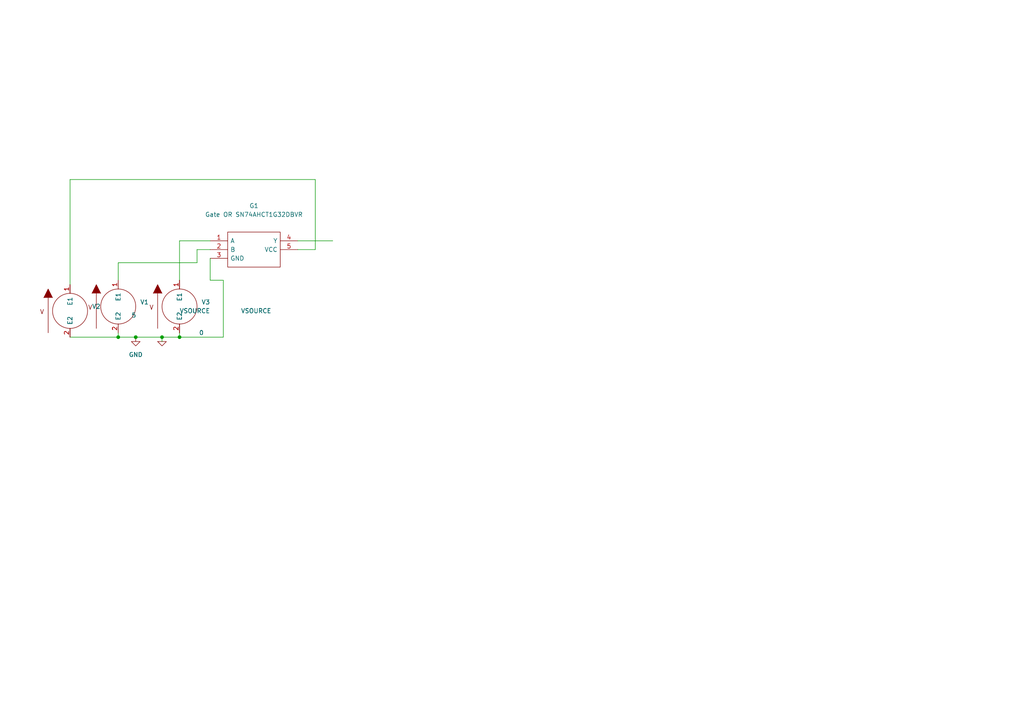
<source format=kicad_sch>
(kicad_sch (version 20211123) (generator eeschema)
  (paper "A4")
  (lib_symbols
    (symbol "EPSA_lib:Gate OR SN74AHCT1G32DBVR" (pin_names (offset 0.762))
      (property "Reference" "G" (at 31.75 7.62 0))
      (property "Value" "Gate OR SN74AHCT1G32DBVR" (at 31.75 5.08 0))
      (property "Spice_Lib_File" "${EPSA}\\SpiceModel\\OR_SN74AHCT1G32.lib" (at 31.75 12.7 0))
      (symbol "Gate OR SN74AHCT1G32DBVR_0_0"
        (pin passive line (at 0 0 0) (length 5.08) (name "A") (number "1"))
        (pin passive line (at 0 -2.54 0) (length 5.08) (name "B") (number "2"))
        (pin passive line (at 0 -5.08 0) (length 5.08) (name "GND") (number "3"))
        (pin passive line (at 25.4 0 180) (length 5.08) (name "Y") (number "4"))
        (pin passive line (at 25.4 -2.54 180) (length 5.08) (name "VCC") (number "5"))
      )
      (symbol "Gate OR SN74AHCT1G32DBVR_0_1"
        (polyline (pts (xy 5.08 2.54) (xy 20.32 2.54) (xy 20.32 -7.62) (xy 5.08 -7.62) (xy 5.08 2.54)) (stroke (width 0.1524)))
      )
    )
    (symbol "power:GND" (power) (pin_names (offset 0))
      (property "Value" "GND" (at 0 -3.81 0))
      (symbol "GND_0_1"
        (polyline (pts (xy 0 0) (xy 0 -1.27) (xy 1.27 -1.27) (xy 0 -2.54) (xy -1.27 -1.27) (xy 0 -1.27)))
      )
      (symbol "GND_1_1"
        (pin power_in line (at 0 0 270) (length 0) hide (name "GND") (number "1"))
      )
    )
    (symbol "pspice:0" (power) (pin_names (offset 0))
      (property "Value" "0" (at 0 -1.778 0))
      (symbol "0_0_1"
        (polyline (pts (xy -1.27 0) (xy 0 -1.27) (xy 1.27 0) (xy -1.27 0)))
      )
      (symbol "0_1_1"
        (pin power_in line (at 0 0 0) (length 0) hide (name "0") (number "1"))
      )
    )
    (symbol "pspice:VSOURCE" (pin_names (offset 1.016))
      (property "Reference" "V" (at -6.35 7.62 0))
      (property "Value" "VSOURCE" (at 0 0 0))
      (symbol "VSOURCE_0_1"
        (polyline (pts (xy -6.35 -6.35) (xy -6.35 3.81)) (fill (type outline)))
        (polyline (pts (xy -7.62 3.81) (xy -6.35 6.35) (xy -5.08 3.81)) (fill (type outline)))
        (circle (center 0 0) (radius 5.08))
        (text "V" (at -8.128 -0.254 0) (effects (font (size 1.27 1.27))))
      )
      (symbol "VSOURCE_1_1"
        (pin input line (at 0 7.62 270) (length 2.54) (name "E1") (number "1"))
        (pin input line (at 0 -7.62 90) (length 2.54) (name "E2") (number "2"))
      )
    )
  )
  (junction (at 46.99 97.79))
  (junction (at 52.07 97.79))
  (junction (at 34.29 97.79))
  (junction (at 39.37 97.79))
  (wire (pts (xy 34.29 96.52) (xy 34.29 97.79)))
  (wire (pts (xy 46.99 97.79) (xy 52.07 97.79)))
  (wire (pts (xy 46.99 97.79) (xy 46.99 99.06)))
  (wire (pts (xy 52.07 81.28) (xy 52.07 69.85)))
  (wire (pts (xy 20.32 97.79) (xy 34.29 97.79)))
  (wire (pts (xy 34.29 97.79) (xy 39.37 97.79)))
  (wire (pts (xy 57.15 72.39) (xy 60.96 72.39)))
  (wire (pts (xy 34.29 76.2) (xy 34.29 81.28)))
  (wire (pts (xy 60.96 74.93) (xy 60.96 81.28)))
  (wire (pts (xy 52.07 69.85) (xy 60.96 69.85)))
  (wire (pts (xy 60.96 81.28) (xy 64.77 81.28)))
  (wire (pts (xy 86.36 69.85) (xy 96.52 69.85)))
  (wire (pts (xy 52.07 96.52) (xy 52.07 97.79)))
  (wire (pts (xy 91.44 72.39) (xy 91.44 52.07)))
  (wire (pts (xy 39.37 97.79) (xy 46.99 97.79)))
  (wire (pts (xy 20.32 82.55) (xy 20.32 52.07)))
  (wire (pts (xy 86.36 72.39) (xy 91.44 72.39)))
  (wire (pts (xy 52.07 97.79) (xy 64.77 97.79)))
  (wire (pts (xy 20.32 52.07) (xy 91.44 52.07)))
  (wire (pts (xy 57.15 76.2) (xy 57.15 72.39)))
  (wire (pts (xy 64.77 97.79) (xy 64.77 81.28)))
  (wire (pts (xy 34.29 76.2) (xy 57.15 76.2)))
  (symbol (lib_id "pspice:VSOURCE") (at 20.32 90.17 0) (unit 1)
    (property "Reference" "V2" (at 26.67 88.8999 0) (effects (justify left)))
    (property "Value" "VSOURCE" (at 38.1 91.4399 0) (effects (justify left)))
    (property "Spice_Primitive" "V" (effects hide))
    (property "Spice_Model" "dc 5" (effects hide))
    (property "Spice_Netlist_Enabled" "Y" (effects hide))
  )
  (symbol (lib_id "pspice:VSOURCE") (at 52.07 88.9 0) (unit 1)
    (property "Reference" "V3" (at 58.42 87.6299 0) (effects (justify left)))
    (property "Value" "VSOURCE" (at 69.85 90.1699 0) (effects (justify left)))
    (property "Spice_Primitive" "V" (effects hide))
    (property "Spice_Model" "dc 5 pulse(0 5 1 100m 100m 2 4)" (effects hide))
    (property "Spice_Netlist_Enabled" "Y" (effects hide))
  )
  (symbol (lib_id "pspice:0") (at 46.99 99.06 0) (unit 1)
    (property "Reference" "#GND01" (effects hide))
    (property "Value" "0" (at 58.42 96.52 0))
  )
  (symbol (lib_id "pspice:VSOURCE") (at 34.29 88.9 0) (unit 1)
    (property "Reference" "V1" (at 40.64 87.6299 0) (effects (justify left)))
    (property "Value" "VSOURCE" (at 52.07 90.1699 0) (effects (justify left)))
    (property "Spice_Primitive" "V" (effects hide))
    (property "Spice_Model" "dc 5 pulse(0 5 2 100m 100m 2 4)" (effects hide))
    (property "Spice_Netlist_Enabled" "Y" (effects hide))
  )
  (symbol (lib_id "EPSA_lib:Gate OR SN74AHCT1G32DBVR") (at 60.96 69.85 0) (unit 1)
    (property "Reference" "G1" (at 73.66 59.69 0))
    (property "Value" "Gate OR SN74AHCT1G32DBVR" (at 73.66 62.23 0))
    (property "Footprint" "SOT95P280X145-5N" (effects hide))
    (property "Datasheet" "http://www.ti.com/lit/ds/symlink/sn74ahct1g32.pdf" (effects hide))
    (property "Description" "2-Input Positive-OR Gate SN74AHCT1G32DBV" (effects hide))
    (property "Height" "1.45" (effects hide))
    (property "Manufacturer_Name" "Texas Instruments" (effects hide))
    (property "Manufacturer_Part_Number" "SN74AHCT1G32DBVR" (effects hide))
    (property "Mouser Part Number" "595-SN74AHCT1G32DBVR" (effects hide))
    (property "Mouser Price/Stock" "https://www.mouser.co.uk/ProductDetail/Texas-Instruments/SN74AHCT1G32DBVR?qs=0le1rQK8zxpIB8pUTaKa9Q%3D%3D" (effects hide))
    (property "Arrow Part Number" "SN74AHCT1G32DBVR" (effects hide))
    (property "Arrow Price/Stock" "https://www.arrow.com/en/products/sn74ahct1g32dbvr/texas-instruments" (effects hide))
    (property "Spice_Primitive" "X" (effects hide))
    (property "Spice_Model" "SN74AHCT1G32" (effects hide))
    (property "Spice_Netlist_Enabled" "Y" (effects hide))
    (property "Spice_Node_Sequence" "4,1,2,5,3" (effects hide))
    (property "Spice_Lib_File" "${EPSA}\\SpiceModel\\OR_SN74AHCT1G32.lib" (at 73.66 64.77 0))
  )
  (symbol (lib_id "power:GND") (at 39.37 97.79 0) (unit 1)
    (property "Reference" "#PWR01" (effects hide))
    (property "Value" "GND" (at 39.37 102.87 0))
  )
)
</source>
